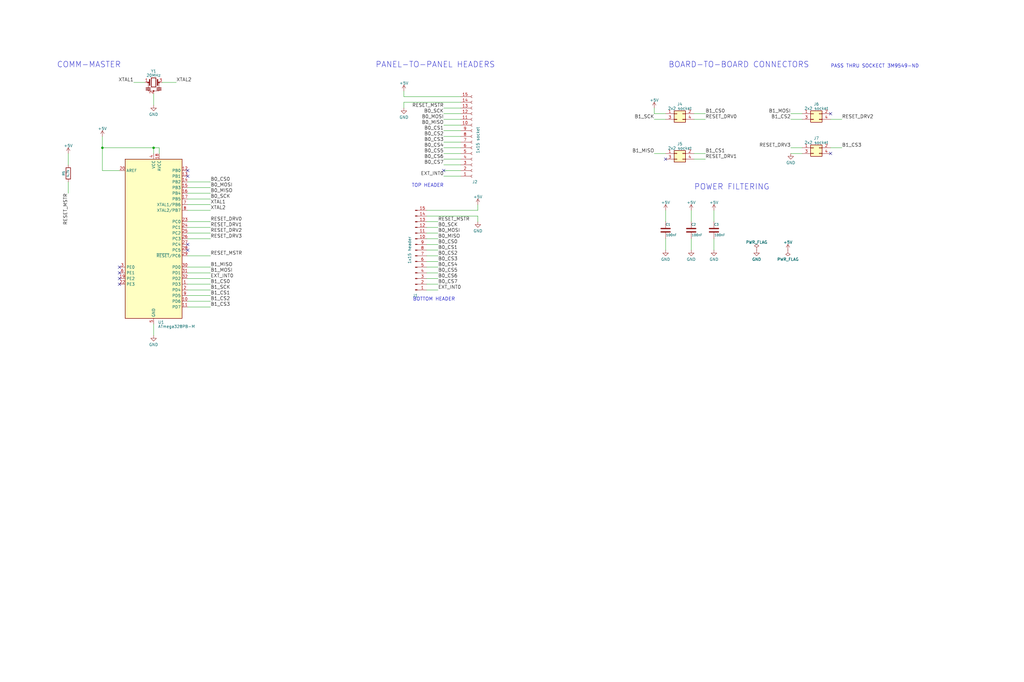
<source format=kicad_sch>
(kicad_sch (version 20230121) (generator eeschema)
  (paper "User" 457.2 304.8)
  (lib_symbols
    (symbol "Connector:Conn_01x15_Pin" (pin_names (offset 1.016) hide)
      (property "Reference" "J" (at 0 20.32 0))
      (property "Value" "Conn_01x15_Pin" (at 0 -20.32 0))
      (symbol "Conn_01x15_Pin_1_1"
        (polyline (pts (xy 1.27 -17.78) (xy 0.8636 -17.78)) (stroke (width 0.1524)))
        (polyline (pts (xy 1.27 -15.24) (xy 0.8636 -15.24)) (stroke (width 0.1524)))
        (polyline (pts (xy 1.27 -12.7) (xy 0.8636 -12.7)) (stroke (width 0.1524)))
        (polyline (pts (xy 1.27 -10.16) (xy 0.8636 -10.16)) (stroke (width 0.1524)))
        (polyline (pts (xy 1.27 -7.62) (xy 0.8636 -7.62)) (stroke (width 0.1524)))
        (polyline (pts (xy 1.27 -5.08) (xy 0.8636 -5.08)) (stroke (width 0.1524)))
        (polyline (pts (xy 1.27 -2.54) (xy 0.8636 -2.54)) (stroke (width 0.1524)))
        (polyline (pts (xy 1.27 0) (xy 0.8636 0)) (stroke (width 0.1524)))
        (polyline (pts (xy 1.27 2.54) (xy 0.8636 2.54)) (stroke (width 0.1524)))
        (polyline (pts (xy 1.27 5.08) (xy 0.8636 5.08)) (stroke (width 0.1524)))
        (polyline (pts (xy 1.27 7.62) (xy 0.8636 7.62)) (stroke (width 0.1524)))
        (polyline (pts (xy 1.27 10.16) (xy 0.8636 10.16)) (stroke (width 0.1524)))
        (polyline (pts (xy 1.27 12.7) (xy 0.8636 12.7)) (stroke (width 0.1524)))
        (polyline (pts (xy 1.27 15.24) (xy 0.8636 15.24)) (stroke (width 0.1524)))
        (polyline (pts (xy 1.27 17.78) (xy 0.8636 17.78)) (stroke (width 0.1524)))
        (rectangle (start 0.8636 -17.653) (end 0 -17.907) (stroke (width 0.1524)) (fill (type outline)))
        (rectangle (start 0.8636 -15.113) (end 0 -15.367) (stroke (width 0.1524)) (fill (type outline)))
        (rectangle (start 0.8636 -12.573) (end 0 -12.827) (stroke (width 0.1524)) (fill (type outline)))
        (rectangle (start 0.8636 -10.033) (end 0 -10.287) (stroke (width 0.1524)) (fill (type outline)))
        (rectangle (start 0.8636 -7.493) (end 0 -7.747) (stroke (width 0.1524)) (fill (type outline)))
        (rectangle (start 0.8636 -4.953) (end 0 -5.207) (stroke (width 0.1524)) (fill (type outline)))
        (rectangle (start 0.8636 -2.413) (end 0 -2.667) (stroke (width 0.1524)) (fill (type outline)))
        (rectangle (start 0.8636 0.127) (end 0 -0.127) (stroke (width 0.1524)) (fill (type outline)))
        (rectangle (start 0.8636 2.667) (end 0 2.413) (stroke (width 0.1524)) (fill (type outline)))
        (rectangle (start 0.8636 5.207) (end 0 4.953) (stroke (width 0.1524)) (fill (type outline)))
        (rectangle (start 0.8636 7.747) (end 0 7.493) (stroke (width 0.1524)) (fill (type outline)))
        (rectangle (start 0.8636 10.287) (end 0 10.033) (stroke (width 0.1524)) (fill (type outline)))
        (rectangle (start 0.8636 12.827) (end 0 12.573) (stroke (width 0.1524)) (fill (type outline)))
        (rectangle (start 0.8636 15.367) (end 0 15.113) (stroke (width 0.1524)) (fill (type outline)))
        (rectangle (start 0.8636 17.907) (end 0 17.653) (stroke (width 0.1524)) (fill (type outline)))
        (pin passive line (at 5.08 17.78 180) (length 3.81) (name "Pin_1") (number "1"))
        (pin passive line (at 5.08 -5.08 180) (length 3.81) (name "Pin_10") (number "10"))
        (pin passive line (at 5.08 -7.62 180) (length 3.81) (name "Pin_11") (number "11"))
        (pin passive line (at 5.08 -10.16 180) (length 3.81) (name "Pin_12") (number "12"))
        (pin passive line (at 5.08 -12.7 180) (length 3.81) (name "Pin_13") (number "13"))
        (pin passive line (at 5.08 -15.24 180) (length 3.81) (name "Pin_14") (number "14"))
        (pin passive line (at 5.08 -17.78 180) (length 3.81) (name "Pin_15") (number "15"))
        (pin passive line (at 5.08 15.24 180) (length 3.81) (name "Pin_2") (number "2"))
        (pin passive line (at 5.08 12.7 180) (length 3.81) (name "Pin_3") (number "3"))
        (pin passive line (at 5.08 10.16 180) (length 3.81) (name "Pin_4") (number "4"))
        (pin passive line (at 5.08 7.62 180) (length 3.81) (name "Pin_5") (number "5"))
        (pin passive line (at 5.08 5.08 180) (length 3.81) (name "Pin_6") (number "6"))
        (pin passive line (at 5.08 2.54 180) (length 3.81) (name "Pin_7") (number "7"))
        (pin passive line (at 5.08 0 180) (length 3.81) (name "Pin_8") (number "8"))
        (pin passive line (at 5.08 -2.54 180) (length 3.81) (name "Pin_9") (number "9"))
      )
    )
    (symbol "Connector:Conn_01x15_Socket" (pin_names (offset 1.016) hide)
      (property "Reference" "J" (at 0 20.32 0))
      (property "Value" "Conn_01x15_Socket" (at 0 -20.32 0))
      (symbol "Conn_01x15_Socket_1_1"
        (arc (start 0 -17.272) (mid -0.5058 -17.78) (end 0 -18.288) (stroke (width 0.1524)))
        (arc (start 0 -14.732) (mid -0.5058 -15.24) (end 0 -15.748) (stroke (width 0.1524)))
        (arc (start 0 -12.192) (mid -0.5058 -12.7) (end 0 -13.208) (stroke (width 0.1524)))
        (arc (start 0 -9.652) (mid -0.5058 -10.16) (end 0 -10.668) (stroke (width 0.1524)))
        (arc (start 0 -7.112) (mid -0.5058 -7.62) (end 0 -8.128) (stroke (width 0.1524)))
        (arc (start 0 -4.572) (mid -0.5058 -5.08) (end 0 -5.588) (stroke (width 0.1524)))
        (arc (start 0 -2.032) (mid -0.5058 -2.54) (end 0 -3.048) (stroke (width 0.1524)))
        (polyline (pts (xy -1.27 -17.78) (xy -0.508 -17.78)) (stroke (width 0.1524)))
        (polyline (pts (xy -1.27 -15.24) (xy -0.508 -15.24)) (stroke (width 0.1524)))
        (polyline (pts (xy -1.27 -12.7) (xy -0.508 -12.7)) (stroke (width 0.1524)))
        (polyline (pts (xy -1.27 -10.16) (xy -0.508 -10.16)) (stroke (width 0.1524)))
        (polyline (pts (xy -1.27 -7.62) (xy -0.508 -7.62)) (stroke (width 0.1524)))
        (polyline (pts (xy -1.27 -5.08) (xy -0.508 -5.08)) (stroke (width 0.1524)))
        (polyline (pts (xy -1.27 -2.54) (xy -0.508 -2.54)) (stroke (width 0.1524)))
        (polyline (pts (xy -1.27 0) (xy -0.508 0)) (stroke (width 0.1524)))
        (polyline (pts (xy -1.27 2.54) (xy -0.508 2.54)) (stroke (width 0.1524)))
        (polyline (pts (xy -1.27 5.08) (xy -0.508 5.08)) (stroke (width 0.1524)))
        (polyline (pts (xy -1.27 7.62) (xy -0.508 7.62)) (stroke (width 0.1524)))
        (polyline (pts (xy -1.27 10.16) (xy -0.508 10.16)) (stroke (width 0.1524)))
        (polyline (pts (xy -1.27 12.7) (xy -0.508 12.7)) (stroke (width 0.1524)))
        (polyline (pts (xy -1.27 15.24) (xy -0.508 15.24)) (stroke (width 0.1524)))
        (polyline (pts (xy -1.27 17.78) (xy -0.508 17.78)) (stroke (width 0.1524)))
        (arc (start 0 0.508) (mid -0.5058 0) (end 0 -0.508) (stroke (width 0.1524)))
        (arc (start 0 3.048) (mid -0.5058 2.54) (end 0 2.032) (stroke (width 0.1524)))
        (arc (start 0 5.588) (mid -0.5058 5.08) (end 0 4.572) (stroke (width 0.1524)))
        (arc (start 0 8.128) (mid -0.5058 7.62) (end 0 7.112) (stroke (width 0.1524)))
        (arc (start 0 10.668) (mid -0.5058 10.16) (end 0 9.652) (stroke (width 0.1524)))
        (arc (start 0 13.208) (mid -0.5058 12.7) (end 0 12.192) (stroke (width 0.1524)))
        (arc (start 0 15.748) (mid -0.5058 15.24) (end 0 14.732) (stroke (width 0.1524)))
        (arc (start 0 18.288) (mid -0.5058 17.78) (end 0 17.272) (stroke (width 0.1524)))
        (pin passive line (at -5.08 17.78 0) (length 3.81) (name "Pin_1") (number "1"))
        (pin passive line (at -5.08 -5.08 0) (length 3.81) (name "Pin_10") (number "10"))
        (pin passive line (at -5.08 -7.62 0) (length 3.81) (name "Pin_11") (number "11"))
        (pin passive line (at -5.08 -10.16 0) (length 3.81) (name "Pin_12") (number "12"))
        (pin passive line (at -5.08 -12.7 0) (length 3.81) (name "Pin_13") (number "13"))
        (pin passive line (at -5.08 -15.24 0) (length 3.81) (name "Pin_14") (number "14"))
        (pin passive line (at -5.08 -17.78 0) (length 3.81) (name "Pin_15") (number "15"))
        (pin passive line (at -5.08 15.24 0) (length 3.81) (name "Pin_2") (number "2"))
        (pin passive line (at -5.08 12.7 0) (length 3.81) (name "Pin_3") (number "3"))
        (pin passive line (at -5.08 10.16 0) (length 3.81) (name "Pin_4") (number "4"))
        (pin passive line (at -5.08 7.62 0) (length 3.81) (name "Pin_5") (number "5"))
        (pin passive line (at -5.08 5.08 0) (length 3.81) (name "Pin_6") (number "6"))
        (pin passive line (at -5.08 2.54 0) (length 3.81) (name "Pin_7") (number "7"))
        (pin passive line (at -5.08 0 0) (length 3.81) (name "Pin_8") (number "8"))
        (pin passive line (at -5.08 -2.54 0) (length 3.81) (name "Pin_9") (number "9"))
      )
    )
    (symbol "Connector_Generic:Conn_02x02_Odd_Even" (pin_names (offset 1.016) hide)
      (property "Reference" "J" (at 1.27 2.54 0))
      (property "Value" "Conn_02x02_Odd_Even" (at 1.27 -5.08 0))
      (symbol "Conn_02x02_Odd_Even_1_1"
        (rectangle (start -1.27 -2.413) (end 0 -2.667) (stroke (width 0.1524)))
        (rectangle (start -1.27 0.127) (end 0 -0.127) (stroke (width 0.1524)))
        (rectangle (start -1.27 1.27) (end 3.81 -3.81) (stroke (width 0.254)) (fill (type background)))
        (rectangle (start 3.81 -2.413) (end 2.54 -2.667) (stroke (width 0.1524)))
        (rectangle (start 3.81 0.127) (end 2.54 -0.127) (stroke (width 0.1524)))
        (pin passive line (at -5.08 0 0) (length 3.81) (name "Pin_1") (number "1"))
        (pin passive line (at 7.62 0 180) (length 3.81) (name "Pin_2") (number "2"))
        (pin passive line (at -5.08 -2.54 0) (length 3.81) (name "Pin_3") (number "3"))
        (pin passive line (at 7.62 -2.54 180) (length 3.81) (name "Pin_4") (number "4"))
      )
    )
    (symbol "Device:C" (pin_numbers hide) (pin_names (offset 0.254))
      (property "Reference" "C" (at 0.635 2.54 0))
      (property "Value" "C" (at 0.635 -2.54 0))
      (symbol "C_0_1"
        (polyline (pts (xy -2.032 -0.762) (xy 2.032 -0.762)) (stroke (width 0.508)))
        (polyline (pts (xy -2.032 0.762) (xy 2.032 0.762)) (stroke (width 0.508)))
      )
      (symbol "C_1_1"
        (pin passive line (at 0 3.81 270) (length 2.794) (name "~") (number "1"))
        (pin passive line (at 0 -3.81 90) (length 2.794) (name "~") (number "2"))
      )
    )
    (symbol "Device:R" (pin_numbers hide) (pin_names (offset 0))
      (property "Reference" "R" (at 2.032 0 90))
      (property "Value" "R" (at 0 0 90))
      (symbol "R_0_1"
        (rectangle (start -1.016 -2.54) (end 1.016 2.54) (stroke (width 0.254)))
      )
      (symbol "R_1_1"
        (pin passive line (at 0 3.81 270) (length 1.27) (name "~") (number "1"))
        (pin passive line (at 0 -3.81 90) (length 1.27) (name "~") (number "2"))
      )
    )
    (symbol "Device:Resonator" (pin_names (offset 1.016) hide)
      (property "Reference" "Y" (at 0 5.715 0))
      (property "Value" "Resonator" (at 0 3.81 0))
      (symbol "Resonator_0_1"
        (rectangle (start -3.429 -3.175) (end -1.397 -3.429) (fill (type outline)))
        (rectangle (start -3.429 -2.413) (end -1.397 -2.667) (fill (type outline)))
        (circle (center -2.413 0) (radius 0.254) (fill (type outline)))
        (rectangle (start -1.016 2.032) (end 1.016 -2.032) (stroke (width 0.3048)))
        (circle (center 0 -3.81) (radius 0.254) (fill (type outline)))
        (polyline (pts (xy -2.413 -2.413) (xy -2.413 0)))
        (polyline (pts (xy -1.905 0) (xy -3.175 0)))
        (polyline (pts (xy -1.778 -1.27) (xy -1.778 1.27)) (stroke (width 0.508)))
        (polyline (pts (xy 1.778 -1.27) (xy 1.778 1.27)) (stroke (width 0.508)))
        (polyline (pts (xy 1.905 0) (xy 2.54 0)))
        (polyline (pts (xy 2.413 0) (xy 2.413 -2.54)))
        (polyline (pts (xy 2.413 -3.302) (xy 2.413 -3.81) (xy -2.413 -3.81) (xy -2.413 -3.302)))
        (rectangle (start 1.397 -3.175) (end 3.429 -3.429) (fill (type outline)))
        (rectangle (start 1.397 -2.413) (end 3.429 -2.667) (fill (type outline)))
        (circle (center 2.413 0) (radius 0.254) (fill (type outline)))
      )
      (symbol "Resonator_1_1"
        (pin passive line (at -3.81 0 0) (length 1.27) (name "1") (number "1"))
        (pin passive line (at 0 -5.08 90) (length 1.27) (name "2") (number "2"))
        (pin passive line (at 3.81 0 180) (length 1.27) (name "3") (number "3"))
      )
    )
    (symbol "MCU_Microchip_ATmega:ATmega328PB-M"
      (property "Reference" "U" (at -12.7 36.83 0))
      (property "Value" "ATmega328PB-M" (at 2.54 -36.83 0))
      (symbol "ATmega328PB-M_0_1"
        (rectangle (start -12.7 -35.56) (end 12.7 35.56) (stroke (width 0.254)) (fill (type background)))
      )
      (symbol "ATmega328PB-M_1_1"
        (pin bidirectional line (at 15.24 -20.32 180) (length 2.54) (name "PD3") (number "1"))
        (pin bidirectional line (at 15.24 -27.94 180) (length 2.54) (name "PD6") (number "10"))
        (pin bidirectional line (at 15.24 -30.48 180) (length 2.54) (name "PD7") (number "11"))
        (pin bidirectional line (at 15.24 30.48 180) (length 2.54) (name "PB0") (number "12"))
        (pin bidirectional line (at 15.24 27.94 180) (length 2.54) (name "PB1") (number "13"))
        (pin bidirectional line (at 15.24 25.4 180) (length 2.54) (name "PB2") (number "14"))
        (pin bidirectional line (at 15.24 22.86 180) (length 2.54) (name "PB3") (number "15"))
        (pin bidirectional line (at 15.24 20.32 180) (length 2.54) (name "PB4") (number "16"))
        (pin bidirectional line (at 15.24 17.78 180) (length 2.54) (name "PB5") (number "17"))
        (pin power_in line (at 2.54 38.1 270) (length 2.54) (name "AVCC") (number "18"))
        (pin bidirectional line (at -15.24 -17.78 0) (length 2.54) (name "PE2") (number "19"))
        (pin bidirectional line (at 15.24 -22.86 180) (length 2.54) (name "PD4") (number "2"))
        (pin passive line (at -15.24 30.48 0) (length 2.54) (name "AREF") (number "20"))
        (pin passive line (at 0 -38.1 90) (length 2.54) hide (name "GND") (number "21"))
        (pin bidirectional line (at -15.24 -20.32 0) (length 2.54) (name "PE3") (number "22"))
        (pin bidirectional line (at 15.24 7.62 180) (length 2.54) (name "PC0") (number "23"))
        (pin bidirectional line (at 15.24 5.08 180) (length 2.54) (name "PC1") (number "24"))
        (pin bidirectional line (at 15.24 2.54 180) (length 2.54) (name "PC2") (number "25"))
        (pin bidirectional line (at 15.24 0 180) (length 2.54) (name "PC3") (number "26"))
        (pin bidirectional line (at 15.24 -2.54 180) (length 2.54) (name "PC4") (number "27"))
        (pin bidirectional line (at 15.24 -5.08 180) (length 2.54) (name "PC5") (number "28"))
        (pin bidirectional line (at 15.24 -7.62 180) (length 2.54) (name "~{RESET}/PC6") (number "29"))
        (pin bidirectional line (at -15.24 -12.7 0) (length 2.54) (name "PE0") (number "3"))
        (pin bidirectional line (at 15.24 -12.7 180) (length 2.54) (name "PD0") (number "30"))
        (pin bidirectional line (at 15.24 -15.24 180) (length 2.54) (name "PD1") (number "31"))
        (pin bidirectional line (at 15.24 -17.78 180) (length 2.54) (name "PD2") (number "32"))
        (pin passive line (at 0 -38.1 90) (length 2.54) hide (name "GND") (number "33"))
        (pin power_in line (at 0 38.1 270) (length 2.54) (name "VCC") (number "4"))
        (pin power_in line (at 0 -38.1 90) (length 2.54) (name "GND") (number "5"))
        (pin bidirectional line (at -15.24 -15.24 0) (length 2.54) (name "PE1") (number "6"))
        (pin bidirectional line (at 15.24 15.24 180) (length 2.54) (name "XTAL1/PB6") (number "7"))
        (pin bidirectional line (at 15.24 12.7 180) (length 2.54) (name "XTAL2/PB7") (number "8"))
        (pin bidirectional line (at 15.24 -25.4 180) (length 2.54) (name "PD5") (number "9"))
      )
    )
    (symbol "power:+5V" (power) (pin_names (offset 0))
      (property "Value" "+5V" (at 0 3.556 0))
      (symbol "+5V_0_1"
        (polyline (pts (xy -0.762 1.27) (xy 0 2.54)))
        (polyline (pts (xy 0 0) (xy 0 2.54)))
        (polyline (pts (xy 0 2.54) (xy 0.762 1.27)))
      )
      (symbol "+5V_1_1"
        (pin power_in line (at 0 0 90) (length 0) hide (name "+5V") (number "1"))
      )
    )
    (symbol "power:GND" (power) (pin_names (offset 0))
      (property "Value" "GND" (at 0 -3.81 0))
      (symbol "GND_0_1"
        (polyline (pts (xy 0 0) (xy 0 -1.27) (xy 1.27 -1.27) (xy 0 -2.54) (xy -1.27 -1.27) (xy 0 -1.27)))
      )
      (symbol "GND_1_1"
        (pin power_in line (at 0 0 270) (length 0) hide (name "GND") (number "1"))
      )
    )
    (symbol "power:PWR_FLAG" (power) (pin_numbers hide) (pin_names (offset 0) hide)
      (property "Value" "PWR_FLAG" (at 0 3.81 0))
      (symbol "PWR_FLAG_0_0"
        (pin power_out line (at 0 0 90) (length 0) (name "pwr") (number "1"))
      )
      (symbol "PWR_FLAG_0_1"
        (polyline (pts (xy 0 0) (xy 0 1.27) (xy -1.016 1.905) (xy 0 2.54) (xy 1.016 1.905) (xy 0 1.27)))
      )
    )
  )
  (junction (at 68.58 66.04))
  (junction (at 45.72 66.04))
  (no_connect (at 198.12 76.2))
  (no_connect (at 83.82 78.74))
  (no_connect (at 370.84 68.58))
  (no_connect (at 297.18 71.12))
  (no_connect (at 370.84 50.8))
  (no_connect (at 53.34 127))
  (no_connect (at 53.34 124.46))
  (no_connect (at 83.82 109.22))
  (no_connect (at 83.82 111.76))
  (no_connect (at 53.34 119.38))
  (no_connect (at 83.82 76.2))
  (no_connect (at 53.34 121.92))
  (wire (pts (xy 213.36 91.44) (xy 213.36 93.98)))
  (wire (pts (xy 190.5 109.22) (xy 195.58 109.22)))
  (wire (pts (xy 53.34 76.2) (xy 45.72 76.2)))
  (wire (pts (xy 198.12 78.74) (xy 205.74 78.74)))
  (wire (pts (xy 68.58 41.91) (xy 68.58 46.99)))
  (wire (pts (xy 190.5 99.06) (xy 195.58 99.06)))
  (wire (pts (xy 308.61 93.98) (xy 308.61 99.06)))
  (wire (pts (xy 180.34 45.72) (xy 205.74 45.72)))
  (wire (pts (xy 68.58 66.04) (xy 71.12 66.04)))
  (wire (pts (xy 83.82 114.3) (xy 93.98 114.3)))
  (wire (pts (xy 198.12 53.34) (xy 205.74 53.34)))
  (wire (pts (xy 353.06 66.04) (xy 358.14 66.04)))
  (wire (pts (xy 198.12 63.5) (xy 205.74 63.5)))
  (wire (pts (xy 83.82 121.92) (xy 93.98 121.92)))
  (wire (pts (xy 190.5 127) (xy 195.58 127)))
  (wire (pts (xy 292.1 48.26) (xy 292.1 50.8)))
  (wire (pts (xy 318.77 106.68) (xy 318.77 111.76)))
  (wire (pts (xy 309.88 71.12) (xy 314.96 71.12)))
  (wire (pts (xy 198.12 58.42) (xy 205.74 58.42)))
  (wire (pts (xy 190.5 119.38) (xy 195.58 119.38)))
  (wire (pts (xy 292.1 53.34) (xy 297.18 53.34)))
  (wire (pts (xy 353.06 68.58) (xy 358.14 68.58)))
  (wire (pts (xy 83.82 137.16) (xy 93.98 137.16)))
  (wire (pts (xy 190.5 111.76) (xy 195.58 111.76)))
  (wire (pts (xy 83.82 93.98) (xy 93.98 93.98)))
  (wire (pts (xy 297.18 106.68) (xy 297.18 111.76)))
  (wire (pts (xy 353.06 53.34) (xy 358.14 53.34)))
  (wire (pts (xy 198.12 76.2) (xy 205.74 76.2)))
  (wire (pts (xy 83.82 91.44) (xy 93.98 91.44)))
  (wire (pts (xy 68.58 68.58) (xy 68.58 66.04)))
  (wire (pts (xy 83.82 124.46) (xy 93.98 124.46)))
  (wire (pts (xy 83.82 129.54) (xy 93.98 129.54)))
  (wire (pts (xy 190.5 96.52) (xy 213.36 96.52)))
  (wire (pts (xy 370.84 53.34) (xy 375.92 53.34)))
  (wire (pts (xy 180.34 45.72) (xy 180.34 48.26)))
  (wire (pts (xy 83.82 119.38) (xy 93.98 119.38)))
  (wire (pts (xy 72.39 36.83) (xy 78.74 36.83)))
  (wire (pts (xy 83.82 132.08) (xy 93.98 132.08)))
  (wire (pts (xy 309.88 53.34) (xy 314.96 53.34)))
  (wire (pts (xy 297.18 50.8) (xy 292.1 50.8)))
  (wire (pts (xy 213.36 96.52) (xy 213.36 99.06)))
  (wire (pts (xy 190.5 114.3) (xy 195.58 114.3)))
  (wire (pts (xy 198.12 66.04) (xy 205.74 66.04)))
  (wire (pts (xy 198.12 71.12) (xy 205.74 71.12)))
  (wire (pts (xy 30.48 68.58) (xy 30.48 73.66)))
  (wire (pts (xy 45.72 66.04) (xy 45.72 76.2)))
  (wire (pts (xy 71.12 68.58) (xy 71.12 66.04)))
  (wire (pts (xy 198.12 73.66) (xy 205.74 73.66)))
  (wire (pts (xy 83.82 81.28) (xy 93.98 81.28)))
  (wire (pts (xy 370.84 66.04) (xy 375.92 66.04)))
  (wire (pts (xy 30.48 81.28) (xy 30.48 86.36)))
  (wire (pts (xy 198.12 68.58) (xy 205.74 68.58)))
  (wire (pts (xy 198.12 55.88) (xy 205.74 55.88)))
  (wire (pts (xy 198.12 50.8) (xy 205.74 50.8)))
  (wire (pts (xy 198.12 60.96) (xy 205.74 60.96)))
  (wire (pts (xy 45.72 66.04) (xy 68.58 66.04)))
  (wire (pts (xy 292.1 68.58) (xy 297.18 68.58)))
  (wire (pts (xy 309.88 50.8) (xy 314.96 50.8)))
  (wire (pts (xy 353.06 50.8) (xy 358.14 50.8)))
  (wire (pts (xy 83.82 104.14) (xy 93.98 104.14)))
  (wire (pts (xy 190.5 106.68) (xy 195.58 106.68)))
  (wire (pts (xy 83.82 134.62) (xy 93.98 134.62)))
  (wire (pts (xy 190.5 121.92) (xy 195.58 121.92)))
  (wire (pts (xy 59.69 36.83) (xy 64.77 36.83)))
  (wire (pts (xy 68.58 144.78) (xy 68.58 149.86)))
  (wire (pts (xy 83.82 83.82) (xy 93.98 83.82)))
  (wire (pts (xy 83.82 127) (xy 93.98 127)))
  (wire (pts (xy 83.82 101.6) (xy 93.98 101.6)))
  (wire (pts (xy 297.18 93.98) (xy 297.18 99.06)))
  (wire (pts (xy 190.5 116.84) (xy 195.58 116.84)))
  (wire (pts (xy 83.82 86.36) (xy 93.98 86.36)))
  (wire (pts (xy 180.34 40.64) (xy 180.34 43.18)))
  (wire (pts (xy 190.5 129.54) (xy 195.58 129.54)))
  (wire (pts (xy 83.82 106.68) (xy 93.98 106.68)))
  (wire (pts (xy 318.77 93.98) (xy 318.77 99.06)))
  (wire (pts (xy 190.5 93.98) (xy 213.36 93.98)))
  (wire (pts (xy 83.82 88.9) (xy 93.98 88.9)))
  (wire (pts (xy 309.88 68.58) (xy 314.96 68.58)))
  (wire (pts (xy 198.12 48.26) (xy 205.74 48.26)))
  (wire (pts (xy 180.34 43.18) (xy 205.74 43.18)))
  (wire (pts (xy 190.5 101.6) (xy 195.58 101.6)))
  (wire (pts (xy 308.61 106.68) (xy 308.61 111.76)))
  (wire (pts (xy 45.72 60.96) (xy 45.72 66.04)))
  (wire (pts (xy 190.5 104.14) (xy 195.58 104.14)))
  (wire (pts (xy 190.5 124.46) (xy 195.58 124.46)))
  (wire (pts (xy 83.82 99.06) (xy 93.98 99.06)))
  (text "PANEL-TO-PANEL HEADERS" (at 167.64 30.48 0) (effects (font (size 2.54 2.54)) (justify left bottom)))
  (text "TOP HEADER" (at 198.12 83.82 0) (effects (font (size 1.524 1.524)) (justify right bottom)))
  (text "COMM-MASTER" (at 25.4 30.48 0) (effects (font (size 2.54 2.54)) (justify left bottom)))
  (text "POWER FILTERING" (at 309.88 85.09 0) (effects (font (size 2.54 2.54)) (justify left bottom)))
  (text "BOTTOM HEADER" (at 203.2 134.62 0) (effects (font (size 1.524 1.524)) (justify right bottom)))
  (text "PASS THRU SOCKECT 3M9549-ND" (at 370.84 30.48 0) (effects (font (size 1.524 1.524)) (justify left bottom)))
  (text "BOARD-TO-BOARD CONNECTORS" (at 298.45 30.48 0) (effects (font (size 2.54 2.54)) (justify left bottom)))
  (label "B0_CS0" (at 93.98 81.28 0) (effects (font (size 1.524 1.524))))
  (label "B0_CS1" (at 198.12 58.42 180) (effects (font (size 1.524 1.524))))
  (label "B0_CS4" (at 198.12 66.04 180) (effects (font (size 1.524 1.524))))
  (label "B0_SCK" (at 195.58 101.6 0) (effects (font (size 1.524 1.524))))
  (label "B0_CS0" (at 195.58 109.22 0) (effects (font (size 1.524 1.524))))
  (label "RESET_DRV1" (at 314.96 71.12 0) (effects (font (size 1.524 1.524))))
  (label "XTAL2" (at 78.74 36.83 0) (effects (font (size 1.524 1.524))))
  (label "B0_CS5" (at 198.12 68.58 180) (effects (font (size 1.524 1.524))))
  (label "XTAL2" (at 93.98 93.98 0) (effects (font (size 1.524 1.524))))
  (label "RESET_DRV3" (at 93.98 106.68 0) (effects (font (size 1.524 1.524))))
  (label "B1_CS0" (at 314.96 50.8 0) (effects (font (size 1.524 1.524))))
  (label "B0_CS2" (at 195.58 114.3 0) (effects (font (size 1.524 1.524))))
  (label "B0_CS1" (at 195.58 111.76 0) (effects (font (size 1.524 1.524))))
  (label "RESET_MSTR" (at 30.48 86.36 270) (effects (font (size 1.524 1.524))))
  (label "RESET_MSTR" (at 93.98 114.3 0) (effects (font (size 1.524 1.524))))
  (label "B0_MOSI" (at 93.98 83.82 0) (effects (font (size 1.524 1.524))))
  (label "B0_MOSI" (at 195.58 104.14 0) (effects (font (size 1.524 1.524))))
  (label "EXT_INT0" (at 93.98 124.46 0) (effects (font (size 1.524 1.524))))
  (label "B1_CS2" (at 93.98 134.62 0) (effects (font (size 1.524 1.524))))
  (label "B1_CS1" (at 314.96 68.58 0) (effects (font (size 1.524 1.524))))
  (label "B0_MISO" (at 198.12 55.88 180) (effects (font (size 1.524 1.524))))
  (label "B0_CS4" (at 195.58 119.38 0) (effects (font (size 1.524 1.524))))
  (label "B0_CS2" (at 198.12 60.96 180) (effects (font (size 1.524 1.524))))
  (label "RESET_DRV0" (at 93.98 99.06 0) (effects (font (size 1.524 1.524))))
  (label "B0_MISO" (at 93.98 86.36 0) (effects (font (size 1.524 1.524))))
  (label "B0_CS6" (at 195.58 124.46 0) (effects (font (size 1.524 1.524))))
  (label "B1_CS2" (at 353.06 53.34 180) (effects (font (size 1.524 1.524))))
  (label "B1_CS3" (at 93.98 137.16 0) (effects (font (size 1.524 1.524))))
  (label "B1_CS1" (at 93.98 132.08 0) (effects (font (size 1.524 1.524))))
  (label "B0_CS7" (at 195.58 127 0) (effects (font (size 1.524 1.524))))
  (label "B0_CS5" (at 195.58 121.92 0) (effects (font (size 1.524 1.524))))
  (label "RESET_MSTR" (at 198.12 48.26 180) (effects (font (size 1.524 1.524))))
  (label "RESET_MSTR" (at 195.58 99.06 0) (effects (font (size 1.524 1.524))))
  (label "RESET_DRV1" (at 93.98 101.6 0) (effects (font (size 1.524 1.524))))
  (label "B1_SCK" (at 292.1 53.34 180) (effects (font (size 1.524 1.524))))
  (label "XTAL1" (at 93.98 91.44 0) (effects (font (size 1.524 1.524))))
  (label "B1_CS0" (at 93.98 127 0) (effects (font (size 1.524 1.524))))
  (label "B0_SCK" (at 198.12 50.8 180) (effects (font (size 1.524 1.524))))
  (label "B0_CS6" (at 198.12 71.12 180) (effects (font (size 1.524 1.524))))
  (label "B1_MISO" (at 292.1 68.58 180) (effects (font (size 1.524 1.524))))
  (label "XTAL1" (at 59.69 36.83 180) (effects (font (size 1.524 1.524))))
  (label "B0_SCK" (at 93.98 88.9 0) (effects (font (size 1.524 1.524))))
  (label "B0_CS7" (at 198.12 73.66 180) (effects (font (size 1.524 1.524))))
  (label "RESET_DRV0" (at 314.96 53.34 0) (effects (font (size 1.524 1.524))))
  (label "RESET_DRV2" (at 375.92 53.34 0) (effects (font (size 1.524 1.524))))
  (label "B1_SCK" (at 93.98 129.54 0) (effects (font (size 1.524 1.524))))
  (label "B0_MOSI" (at 198.12 53.34 180) (effects (font (size 1.524 1.524))))
  (label "EXT_INT0" (at 195.58 129.54 0) (effects (font (size 1.524 1.524))))
  (label "B1_MOSI" (at 353.06 50.8 180) (effects (font (size 1.524 1.524))))
  (label "B1_MISO" (at 93.98 119.38 0) (effects (font (size 1.524 1.524))))
  (label "B0_MISO" (at 195.58 106.68 0) (effects (font (size 1.524 1.524))))
  (label "B1_MOSI" (at 93.98 121.92 0) (effects (font (size 1.524 1.524))))
  (label "B1_CS3" (at 375.92 66.04 0) (effects (font (size 1.524 1.524))))
  (label "RESET_DRV2" (at 93.98 104.14 0) (effects (font (size 1.524 1.524))))
  (label "B0_CS3" (at 195.58 116.84 0) (effects (font (size 1.524 1.524))))
  (label "RESET_DRV3" (at 353.06 66.04 180) (effects (font (size 1.524 1.524))))
  (label "EXT_INT0" (at 198.12 78.74 180) (effects (font (size 1.524 1.524))))
  (label "B0_CS3" (at 198.12 63.5 180) (effects (font (size 1.524 1.524))))
  (symbol (lib_id "Device:R") (at 30.48 77.47 180) (unit 1)
    (property "Reference" "R5" (at 28.448 77.47 90) (effects (font (size 1.016 1.016))))
    (property "Value" "4.7k" (at 30.3022 77.4954 90) (effects (font (size 1.016 1.016))))
    (property "Footprint" "Resistor_SMD:R_0603_1608Metric" (effects hide))
    (property "Datasheet" "https://www.yageo.com/upload/media/product/productsearch/datasheet/rchip/PYu-RC_Group_51_RoHS_L_12.pdf" (effects hide))
    (property "PN" "RC0603JR-074K7L" (effects hide))
    (property "DigiKey PN" "311-4.7KGRCT-ND" (effects hide))
    (property "LCSC PN" "C105428" (effects hide))
  )
  (symbol (lib_id "Device:C") (at 297.18 102.87 0) (unit 1)
    (property "Reference" "C1" (at 297.18 100.33 0) (effects (font (size 1.016 1.016)) (justify left)))
    (property "Value" "100nF" (at 297.3324 105.029 0) (effects (font (size 1.016 1.016)) (justify left)))
    (property "Footprint" "Capacitor_SMD:C_0603_1608Metric" (effects hide))
    (property "Datasheet" "https://media.digikey.com/pdf/Data%20Sheets/Samsung%20PDFs/CL10B104KO8NNNC_Spec.pdf" (effects hide))
    (property "PN" "CL10B104KO8NNNC" (effects hide))
    (property "DigiKey PN" "1276-1005-1-ND" (effects hide))
    (property "LCSC PN" "C66501" (effects hide))
  )
  (symbol (lib_id "Connector_Generic:Conn_02x02_Odd_Even") (at 302.26 68.58 0) (unit 1)
    (property "Reference" "J5" (at 303.53 64.3001 0))
    (property "Value" "2x2 socket" (at 303.53 66.2211 0))
    (property "Footprint" "Connector_PinSocket_2.54mm:PinSocket_2x02_P2.54mm_Vertical" (effects hide))
    (property "Datasheet" "https://www.te.com/commerce/DocumentDelivery/DDEController?Action=srchrtrv&DocNm=535542&DocType=Customer+Drawing&DocLang=English" (effects hide))
    (property "PN" "5-535542-2" (effects hide))
    (property "DigiKey PN" "A125237-ND" (effects hide))
    (property "LCSC Alternative" "C718234" (effects hide))
    (property "LCSC Alternative 2" "C92273" (effects hide))
  )
  (symbol (lib_id "Device:C") (at 318.77 102.87 0) (unit 1)
    (property "Reference" "C3" (at 318.77 100.33 0) (effects (font (size 1.016 1.016)) (justify left)))
    (property "Value" "100nF" (at 318.9224 105.029 0) (effects (font (size 1.016 1.016)) (justify left)))
    (property "Footprint" "Capacitor_SMD:C_0603_1608Metric" (effects hide))
    (property "Datasheet" "https://media.digikey.com/pdf/Data%20Sheets/Samsung%20PDFs/CL10B104KO8NNNC_Spec.pdf" (effects hide))
    (property "PN" "CL10B104KO8NNNC" (effects hide))
    (property "DigiKey PN" "1276-1005-1-ND" (effects hide))
    (property "LCSC PN" "C66501" (effects hide))
  )
  (symbol (lib_id "power:+5V") (at 308.61 93.98 0) (unit 1)
    (property "Reference" "#PWR014" (effects hide))
    (property "Value" "+5V" (at 308.61 90.4781 0))
  )
  (symbol (lib_id "power:GND") (at 68.58 149.86 0) (unit 1)
    (property "Reference" "#PWR011" (effects hide))
    (property "Value" "GND" (at 68.58 153.9955 0))
  )
  (symbol (lib_id "Connector:Conn_01x15_Pin") (at 185.42 111.76 0) (mirror x) (unit 1)
    (property "Reference" "J1" (at 185.42 132.08 0))
    (property "Value" "1x15 header" (at 182.88 111.76 90))
    (property "Footprint" "Connector_PinHeader_2.54mm:PinHeader_1x15_P2.54mm_Horizontal" (effects hide))
    (property "Datasheet" "https://app.adam-tech.com/products/download/data_sheet/201281/ph1rb-xx-ua-data-sheet.pdf" (effects hide))
    (property "PN" "PH1RB-15-UA" (effects hide))
    (property "DigiKey PN" "2057-PH1RB-15-UA-ND" (effects hide))
    (property "Alternative" "S1111EC-15-ND" (effects hide))
    (property "LCSC PN" "C247916" (effects hide))
  )
  (symbol (lib_id "power:GND") (at 308.61 111.76 0) (unit 1)
    (property "Reference" "#PWR018" (effects hide))
    (property "Value" "GND" (at 308.61 115.8955 0))
  )
  (symbol (lib_id "MCU_Microchip_ATmega:ATmega328PB-M") (at 68.58 106.68 0) (unit 1)
    (property "Reference" "U1" (at 70.5359 143.9625 0) (effects (justify left)))
    (property "Value" "ATmega328PB-M" (at 70.5359 145.8835 0) (effects (justify left)))
    (property "Footprint" "Package_DFN_QFN:QFN-32-1EP_5x5mm_P0.5mm_EP3.1x3.1mm" (effects hide))
    (property "Datasheet" "http://ww1.microchip.com/downloads/en/DeviceDoc/40001906C.pdf" (effects hide))
    (property "PN" "ATmega328PB-MUR" (effects hide))
    (property "DigiKey PN" "ATMEGA328PB-MURCT-ND" (effects hide))
    (property "LCSC PN" "C2651953" (effects hide))
  )
  (symbol (lib_id "Connector_Generic:Conn_02x02_Odd_Even") (at 302.26 50.8 0) (unit 1)
    (property "Reference" "J4" (at 303.53 46.5201 0))
    (property "Value" "2x2 socket" (at 303.53 48.4411 0))
    (property "Footprint" "Connector_PinSocket_2.54mm:PinSocket_2x02_P2.54mm_Vertical" (effects hide))
    (property "Datasheet" "https://www.te.com/commerce/DocumentDelivery/DDEController?Action=srchrtrv&DocNm=535542&DocType=Customer+Drawing&DocLang=English" (effects hide))
    (property "PN" "5-535542-2" (effects hide))
    (property "DigiKey PN" "A125237-ND" (effects hide))
    (property "LCSC Alternative" "C718234" (effects hide))
    (property "LCSC Alternative 2" "C92273" (effects hide))
  )
  (symbol (lib_id "power:GND") (at 213.36 99.06 0) (unit 1)
    (property "Reference" "#PWR04" (effects hide))
    (property "Value" "GND" (at 213.36 103.1955 0))
  )
  (symbol (lib_id "power:GND") (at 353.06 68.58 0) (unit 1)
    (property "Reference" "#PWR08" (effects hide))
    (property "Value" "GND" (at 353.06 72.7155 0))
  )
  (symbol (lib_id "power:GND") (at 68.58 46.99 0) (unit 1)
    (property "Reference" "#PWR03" (effects hide))
    (property "Value" "GND" (at 68.58 51.1255 0))
  )
  (symbol (lib_id "power:+5V") (at 318.77 93.98 0) (unit 1)
    (property "Reference" "#PWR010" (effects hide))
    (property "Value" "+5V" (at 318.77 90.4781 0))
  )
  (symbol (lib_id "power:+5V") (at 297.18 93.98 0) (unit 1)
    (property "Reference" "#PWR016" (effects hide))
    (property "Value" "+5V" (at 297.18 90.4781 0))
  )
  (symbol (lib_id "power:+5V") (at 30.48 68.58 0) (unit 1)
    (property "Reference" "#PWR02" (effects hide))
    (property "Value" "+5V" (at 30.48 65.0781 0))
  )
  (symbol (lib_id "power:+5V") (at 292.1 48.26 0) (unit 1)
    (property "Reference" "#PWR07" (effects hide))
    (property "Value" "+5V" (at 292.1 44.7581 0))
  )
  (symbol (lib_id "Device:C") (at 308.61 102.87 0) (unit 1)
    (property "Reference" "C2" (at 308.61 100.33 0) (effects (font (size 1.016 1.016)) (justify left)))
    (property "Value" "100nF" (at 308.7624 105.029 0) (effects (font (size 1.016 1.016)) (justify left)))
    (property "Footprint" "Capacitor_SMD:C_0603_1608Metric" (effects hide))
    (property "Datasheet" "https://media.digikey.com/pdf/Data%20Sheets/Samsung%20PDFs/CL10B104KO8NNNC_Spec.pdf" (effects hide))
    (property "PN" "CL10B104KO8NNNC" (effects hide))
    (property "DigiKey PN" "1276-1005-1-ND" (effects hide))
    (property "LCSC PN" "C66501" (effects hide))
  )
  (symbol (lib_id "Connector_Generic:Conn_02x02_Odd_Even") (at 363.22 50.8 0) (unit 1)
    (property "Reference" "J6" (at 364.49 46.5201 0))
    (property "Value" "2x2 socket" (at 364.49 48.4411 0))
    (property "Footprint" "Connector_PinSocket_2.54mm:PinSocket_2x02_P2.54mm_Vertical" (effects hide))
    (property "Datasheet" "https://www.te.com/commerce/DocumentDelivery/DDEController?Action=srchrtrv&DocNm=535542&DocType=Customer+Drawing&DocLang=English" (effects hide))
    (property "PN" "5-535542-2" (effects hide))
    (property "DigiKey PN" "A125237-ND" (effects hide))
    (property "LCSC Alternative" "C718234" (effects hide))
    (property "LCSC Alternative 2" "C92273" (effects hide))
  )
  (symbol (lib_id "power:GND") (at 337.82 111.76 0) (unit 1)
    (property "Reference" "#PWR019" (effects hide))
    (property "Value" "GND" (at 337.82 115.8955 0))
  )
  (symbol (lib_id "Connector_Generic:Conn_02x02_Odd_Even") (at 363.22 66.04 0) (unit 1)
    (property "Reference" "J7" (at 364.49 61.7601 0))
    (property "Value" "2x2 socket" (at 364.49 63.6811 0))
    (property "Footprint" "Connector_PinSocket_2.54mm:PinSocket_2x02_P2.54mm_Vertical" (effects hide))
    (property "Datasheet" "https://www.te.com/commerce/DocumentDelivery/DDEController?Action=srchrtrv&DocNm=535542&DocType=Customer+Drawing&DocLang=English" (effects hide))
    (property "PN" "5-535542-2" (effects hide))
    (property "DigiKey PN" "A125237-ND" (effects hide))
    (property "LCSC Alternative" "C718234" (effects hide))
    (property "LCSC Alternative 2" "C92273" (effects hide))
  )
  (symbol (lib_id "power:GND") (at 297.18 111.76 0) (unit 1)
    (property "Reference" "#PWR017" (effects hide))
    (property "Value" "GND" (at 297.18 115.8955 0))
  )
  (symbol (lib_id "power:+5V") (at 45.72 60.96 0) (unit 1)
    (property "Reference" "#PWR012" (effects hide))
    (property "Value" "+5V" (at 45.72 57.4581 0))
  )
  (symbol (lib_id "power:+5V") (at 180.34 40.64 0) (unit 1)
    (property "Reference" "#PWR06" (effects hide))
    (property "Value" "+5V" (at 180.34 37.1381 0))
  )
  (symbol (lib_id "power:+5V") (at 351.79 111.76 0) (unit 1)
    (property "Reference" "#PWR020" (effects hide))
    (property "Value" "+5V" (at 351.79 108.2581 0))
  )
  (symbol (lib_id "power:PWR_FLAG") (at 351.79 111.76 180) (unit 1)
    (property "Reference" "#FLG02" (effects hide))
    (property "Value" "PWR_FLAG" (at 351.79 115.8955 0))
  )
  (symbol (lib_id "power:PWR_FLAG") (at 337.82 111.76 0) (unit 1)
    (property "Reference" "#FLG01" (effects hide))
    (property "Value" "PWR_FLAG" (at 337.82 108.2581 0))
  )
  (symbol (lib_id "power:+5V") (at 213.36 91.44 0) (unit 1)
    (property "Reference" "#PWR01" (effects hide))
    (property "Value" "+5V" (at 213.36 87.9381 0))
  )
  (symbol (lib_id "power:GND") (at 180.34 48.26 0) (unit 1)
    (property "Reference" "#PWR05" (effects hide))
    (property "Value" "GND" (at 180.34 52.3955 0))
  )
  (symbol (lib_id "Connector:Conn_01x15_Socket") (at 210.82 60.96 0) (mirror x) (unit 1)
    (property "Reference" "J2" (at 210.82 81.28 0) (effects (justify left)))
    (property "Value" "1x15 socket" (at 213.36 68.58 90) (effects (justify right)))
    (property "Footprint" "Connector_PinSocket_2.54mm:PinSocket_1x15_P2.54mm_Horizontal" (effects hide))
    (property "Datasheet" "http://suddendocs.samtec.com/catalog_english/ssq_th.pdf" (effects hide))
    (property "PN" "SSQ-115-02-G-S-RA" (effects hide))
    (property "DigiKey PN" "612-SSQ-115-02-G-S-RA-ND" (effects hide))
    (property "DigiKey Alternative" "SAM1195-15-ND" (effects hide))
    (property "LCSC Alternative" "C2897397" (effects hide))
  )
  (symbol (lib_id "Device:Resonator") (at 68.58 36.83 0) (unit 1)
    (property "Reference" "Y1" (at 68.58 31.7627 0))
    (property "Value" "20MHz" (at 68.58 33.6837 0))
    (property "Footprint" "Crystal:Resonator_SMD_Murata_CSTxExxV-3Pin_3.0x1.1mm" (effects hide))
    (property "Datasheet" "https://www.murata.com/en/products/productdata/8801161510942/SPEC-CSTNE20M0V530000R0.pdf" (effects hide))
    (property "PN" "CSTNE20M0V530000R0" (effects hide))
    (property "DigiKey PN" "490-17953-1-ND" (effects hide))
    (property "LCSC PN" "C882604" (effects hide))
  )
  (symbol (lib_id "power:GND") (at 318.77 111.76 0) (unit 1)
    (property "Reference" "#PWR013" (effects hide))
    (property "Value" "GND" (at 318.77 115.8955 0))
  )
)
</source>
